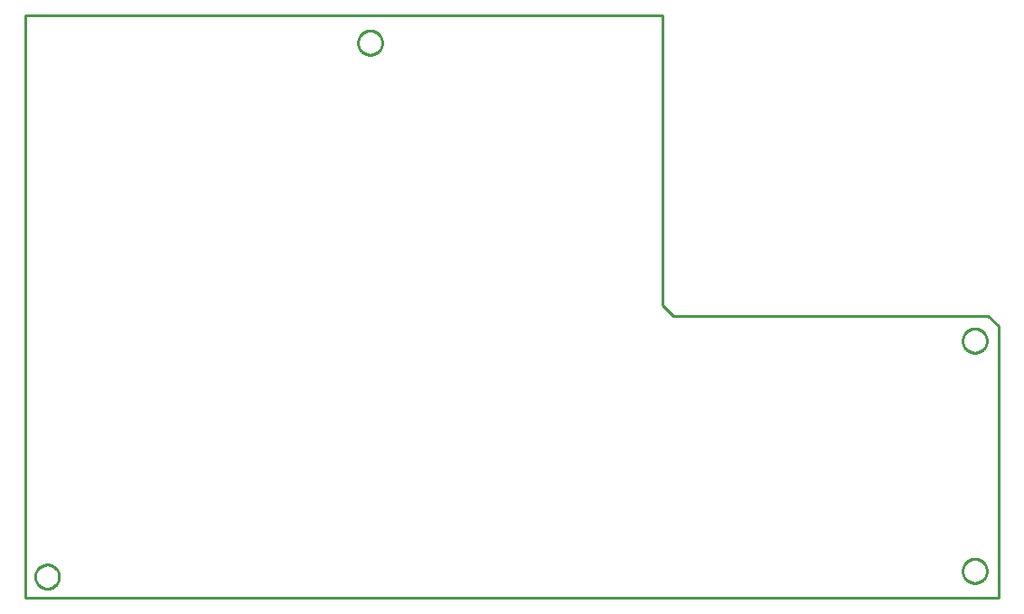
<source format=gbr>
G04 EAGLE Gerber RS-274X export*
G75*
%MOMM*%
%FSLAX34Y34*%
%LPD*%
%IN*%
%IPPOS*%
%AMOC8*
5,1,8,0,0,1.08239X$1,22.5*%
G01*
%ADD10C,0.254000*%


D10*
X0Y0D02*
X911100Y0D01*
X911100Y254760D01*
X901700Y264160D01*
X607060Y264160D01*
X596900Y274320D01*
X596140Y546000D01*
X0Y546000D01*
X0Y0D01*
X31250Y19558D02*
X31181Y18677D01*
X31042Y17804D01*
X30836Y16944D01*
X30563Y16103D01*
X30225Y15286D01*
X29823Y14499D01*
X29361Y13745D01*
X28842Y13030D01*
X28268Y12358D01*
X27642Y11733D01*
X26970Y11158D01*
X26255Y10639D01*
X25501Y10177D01*
X24714Y9776D01*
X23897Y9437D01*
X23056Y9164D01*
X22196Y8958D01*
X21323Y8819D01*
X20442Y8750D01*
X19558Y8750D01*
X18677Y8819D01*
X17804Y8958D01*
X16944Y9164D01*
X16103Y9437D01*
X15286Y9776D01*
X14499Y10177D01*
X13745Y10639D01*
X13030Y11158D01*
X12358Y11733D01*
X11733Y12358D01*
X11158Y13030D01*
X10639Y13745D01*
X10177Y14499D01*
X9776Y15286D01*
X9437Y16103D01*
X9164Y16944D01*
X8958Y17804D01*
X8819Y18677D01*
X8750Y19558D01*
X8750Y20442D01*
X8819Y21323D01*
X8958Y22196D01*
X9164Y23056D01*
X9437Y23897D01*
X9776Y24714D01*
X10177Y25501D01*
X10639Y26255D01*
X11158Y26970D01*
X11733Y27642D01*
X12358Y28268D01*
X13030Y28842D01*
X13745Y29361D01*
X14499Y29823D01*
X15286Y30225D01*
X16103Y30563D01*
X16944Y30836D01*
X17804Y31042D01*
X18677Y31181D01*
X19558Y31250D01*
X20442Y31250D01*
X21323Y31181D01*
X22196Y31042D01*
X23056Y30836D01*
X23897Y30563D01*
X24714Y30225D01*
X25501Y29823D01*
X26255Y29361D01*
X26970Y28842D01*
X27642Y28268D01*
X28268Y27642D01*
X28842Y26970D01*
X29361Y26255D01*
X29823Y25501D01*
X30225Y24714D01*
X30563Y23897D01*
X30836Y23056D01*
X31042Y22196D01*
X31181Y21323D01*
X31250Y20442D01*
X31250Y19558D01*
X333830Y520258D02*
X333761Y519377D01*
X333622Y518504D01*
X333416Y517644D01*
X333143Y516803D01*
X332805Y515986D01*
X332403Y515199D01*
X331941Y514445D01*
X331422Y513730D01*
X330848Y513058D01*
X330222Y512433D01*
X329550Y511858D01*
X328835Y511339D01*
X328081Y510877D01*
X327294Y510476D01*
X326477Y510137D01*
X325636Y509864D01*
X324776Y509658D01*
X323903Y509519D01*
X323022Y509450D01*
X322138Y509450D01*
X321257Y509519D01*
X320384Y509658D01*
X319524Y509864D01*
X318683Y510137D01*
X317866Y510476D01*
X317079Y510877D01*
X316325Y511339D01*
X315610Y511858D01*
X314938Y512433D01*
X314313Y513058D01*
X313738Y513730D01*
X313219Y514445D01*
X312757Y515199D01*
X312356Y515986D01*
X312017Y516803D01*
X311744Y517644D01*
X311538Y518504D01*
X311399Y519377D01*
X311330Y520258D01*
X311330Y521142D01*
X311399Y522023D01*
X311538Y522896D01*
X311744Y523756D01*
X312017Y524597D01*
X312356Y525414D01*
X312757Y526201D01*
X313219Y526955D01*
X313738Y527670D01*
X314313Y528342D01*
X314938Y528968D01*
X315610Y529542D01*
X316325Y530061D01*
X317079Y530523D01*
X317866Y530925D01*
X318683Y531263D01*
X319524Y531536D01*
X320384Y531742D01*
X321257Y531881D01*
X322138Y531950D01*
X323022Y531950D01*
X323903Y531881D01*
X324776Y531742D01*
X325636Y531536D01*
X326477Y531263D01*
X327294Y530925D01*
X328081Y530523D01*
X328835Y530061D01*
X329550Y529542D01*
X330222Y528968D01*
X330848Y528342D01*
X331422Y527670D01*
X331941Y526955D01*
X332403Y526201D01*
X332805Y525414D01*
X333143Y524597D01*
X333416Y523756D01*
X333622Y522896D01*
X333761Y522023D01*
X333830Y521142D01*
X333830Y520258D01*
X900250Y24958D02*
X900181Y24077D01*
X900042Y23204D01*
X899836Y22344D01*
X899563Y21503D01*
X899225Y20686D01*
X898823Y19899D01*
X898361Y19145D01*
X897842Y18430D01*
X897268Y17758D01*
X896642Y17133D01*
X895970Y16558D01*
X895255Y16039D01*
X894501Y15577D01*
X893714Y15176D01*
X892897Y14837D01*
X892056Y14564D01*
X891196Y14358D01*
X890323Y14219D01*
X889442Y14150D01*
X888558Y14150D01*
X887677Y14219D01*
X886804Y14358D01*
X885944Y14564D01*
X885103Y14837D01*
X884286Y15176D01*
X883499Y15577D01*
X882745Y16039D01*
X882030Y16558D01*
X881358Y17133D01*
X880733Y17758D01*
X880158Y18430D01*
X879639Y19145D01*
X879177Y19899D01*
X878776Y20686D01*
X878437Y21503D01*
X878164Y22344D01*
X877958Y23204D01*
X877819Y24077D01*
X877750Y24958D01*
X877750Y25842D01*
X877819Y26723D01*
X877958Y27596D01*
X878164Y28456D01*
X878437Y29297D01*
X878776Y30114D01*
X879177Y30901D01*
X879639Y31655D01*
X880158Y32370D01*
X880733Y33042D01*
X881358Y33668D01*
X882030Y34242D01*
X882745Y34761D01*
X883499Y35223D01*
X884286Y35625D01*
X885103Y35963D01*
X885944Y36236D01*
X886804Y36442D01*
X887677Y36581D01*
X888558Y36650D01*
X889442Y36650D01*
X890323Y36581D01*
X891196Y36442D01*
X892056Y36236D01*
X892897Y35963D01*
X893714Y35625D01*
X894501Y35223D01*
X895255Y34761D01*
X895970Y34242D01*
X896642Y33668D01*
X897268Y33042D01*
X897842Y32370D01*
X898361Y31655D01*
X898823Y30901D01*
X899225Y30114D01*
X899563Y29297D01*
X899836Y28456D01*
X900042Y27596D01*
X900181Y26723D01*
X900250Y25842D01*
X900250Y24958D01*
X900250Y240858D02*
X900181Y239977D01*
X900042Y239104D01*
X899836Y238244D01*
X899563Y237403D01*
X899225Y236586D01*
X898823Y235799D01*
X898361Y235045D01*
X897842Y234330D01*
X897268Y233658D01*
X896642Y233033D01*
X895970Y232458D01*
X895255Y231939D01*
X894501Y231477D01*
X893714Y231076D01*
X892897Y230737D01*
X892056Y230464D01*
X891196Y230258D01*
X890323Y230119D01*
X889442Y230050D01*
X888558Y230050D01*
X887677Y230119D01*
X886804Y230258D01*
X885944Y230464D01*
X885103Y230737D01*
X884286Y231076D01*
X883499Y231477D01*
X882745Y231939D01*
X882030Y232458D01*
X881358Y233033D01*
X880733Y233658D01*
X880158Y234330D01*
X879639Y235045D01*
X879177Y235799D01*
X878776Y236586D01*
X878437Y237403D01*
X878164Y238244D01*
X877958Y239104D01*
X877819Y239977D01*
X877750Y240858D01*
X877750Y241742D01*
X877819Y242623D01*
X877958Y243496D01*
X878164Y244356D01*
X878437Y245197D01*
X878776Y246014D01*
X879177Y246801D01*
X879639Y247555D01*
X880158Y248270D01*
X880733Y248942D01*
X881358Y249568D01*
X882030Y250142D01*
X882745Y250661D01*
X883499Y251123D01*
X884286Y251525D01*
X885103Y251863D01*
X885944Y252136D01*
X886804Y252342D01*
X887677Y252481D01*
X888558Y252550D01*
X889442Y252550D01*
X890323Y252481D01*
X891196Y252342D01*
X892056Y252136D01*
X892897Y251863D01*
X893714Y251525D01*
X894501Y251123D01*
X895255Y250661D01*
X895970Y250142D01*
X896642Y249568D01*
X897268Y248942D01*
X897842Y248270D01*
X898361Y247555D01*
X898823Y246801D01*
X899225Y246014D01*
X899563Y245197D01*
X899836Y244356D01*
X900042Y243496D01*
X900181Y242623D01*
X900250Y241742D01*
X900250Y240858D01*
M02*

</source>
